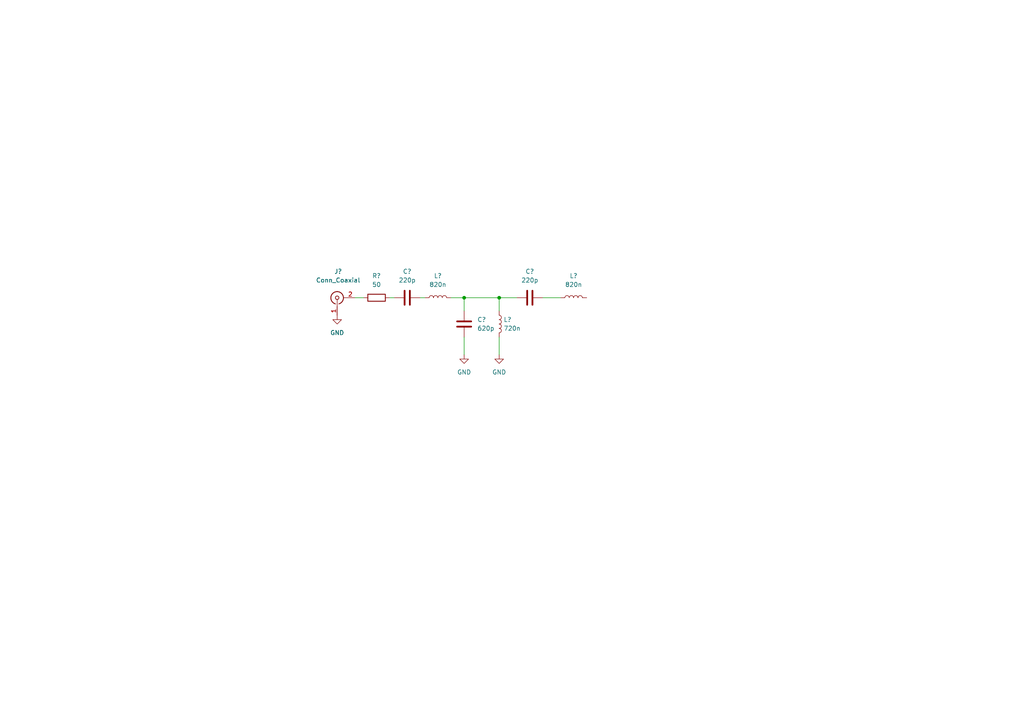
<source format=kicad_sch>
(kicad_sch (version 20211123) (generator eeschema)
  (paper "A4")
  (lib_symbols
    (symbol "Connector:Conn_Coaxial" (pin_names (offset 1.016) hide)
      (property "Reference" "J" (at 0.254 3.048 0))
      (property "Value" "Conn_Coaxial" (at 2.921 0 90))
      (symbol "Conn_Coaxial_0_1"
        (arc (start -1.778 -0.508) (mid 0.2311 -1.8066) (end 1.778 0) (stroke (width 0.254)))
        (polyline (pts (xy -2.54 0) (xy -0.508 0)))
        (polyline (pts (xy 0 -2.54) (xy 0 -1.778)))
        (circle (center 0 0) (radius 0.508) (stroke (width 0.2032)))
        (arc (start 1.778 0) (mid 0.2099 1.8101) (end -1.778 0.508) (stroke (width 0.254)))
      )
      (symbol "Conn_Coaxial_1_1"
        (pin passive line (at -5.08 0 0) (length 2.54) (name "In") (number "1"))
        (pin passive line (at 0 -5.08 90) (length 2.54) (name "Ext") (number "2"))
      )
    )
    (symbol "Device:C" (pin_numbers hide) (pin_names (offset 0.254))
      (property "Reference" "C" (at 0.635 2.54 0))
      (property "Value" "C" (at 0.635 -2.54 0))
      (symbol "C_0_1"
        (polyline (pts (xy -2.032 -0.762) (xy 2.032 -0.762)) (stroke (width 0.508)))
        (polyline (pts (xy -2.032 0.762) (xy 2.032 0.762)) (stroke (width 0.508)))
      )
      (symbol "C_1_1"
        (pin passive line (at 0 3.81 270) (length 2.794) (name "~") (number "1"))
        (pin passive line (at 0 -3.81 90) (length 2.794) (name "~") (number "2"))
      )
    )
    (symbol "Device:L" (pin_numbers hide) (pin_names (offset 1.016) hide)
      (property "Reference" "L" (at -1.27 0 90))
      (property "Value" "L" (at 1.905 0 90))
      (symbol "L_0_1"
        (arc (start 0 -2.54) (mid 0.635 -1.905) (end 0 -1.27))
        (arc (start 0 -1.27) (mid 0.635 -0.635) (end 0 0))
        (arc (start 0 0) (mid 0.635 0.635) (end 0 1.27))
        (arc (start 0 1.27) (mid 0.635 1.905) (end 0 2.54))
      )
      (symbol "L_1_1"
        (pin passive line (at 0 3.81 270) (length 1.27) (name "1") (number "1"))
        (pin passive line (at 0 -3.81 90) (length 1.27) (name "2") (number "2"))
      )
    )
    (symbol "Device:R" (pin_numbers hide) (pin_names (offset 0))
      (property "Reference" "R" (at 2.032 0 90))
      (property "Value" "R" (at 0 0 90))
      (symbol "R_0_1"
        (rectangle (start -1.016 -2.54) (end 1.016 2.54) (stroke (width 0.254)))
      )
      (symbol "R_1_1"
        (pin passive line (at 0 3.81 270) (length 1.27) (name "~") (number "1"))
        (pin passive line (at 0 -3.81 90) (length 1.27) (name "~") (number "2"))
      )
    )
    (symbol "power:GND" (power) (pin_names (offset 0))
      (property "Value" "GND" (at 0 -3.81 0))
      (symbol "GND_0_1"
        (polyline (pts (xy 0 0) (xy 0 -1.27) (xy 1.27 -1.27) (xy 0 -2.54) (xy -1.27 -1.27) (xy 0 -1.27)))
      )
      (symbol "GND_1_1"
        (pin power_in line (at 0 0 270) (length 0) hide (name "GND") (number "1"))
      )
    )
  )
  (junction (at 144.78 86.36))
  (junction (at 134.62 86.36))
  (wire (pts (xy 134.62 86.36) (xy 134.62 90.17)))
  (wire (pts (xy 113.03 86.36) (xy 114.3 86.36)))
  (wire (pts (xy 130.81 86.36) (xy 134.62 86.36)))
  (wire (pts (xy 144.78 86.36) (xy 144.78 90.17)))
  (wire (pts (xy 134.62 86.36) (xy 144.78 86.36)))
  (wire (pts (xy 102.87 86.36) (xy 105.41 86.36)))
  (wire (pts (xy 144.78 86.36) (xy 149.86 86.36)))
  (wire (pts (xy 157.48 86.36) (xy 162.56 86.36)))
  (wire (pts (xy 134.62 97.79) (xy 134.62 102.87)))
  (wire (pts (xy 123.19 86.36) (xy 121.92 86.36)))
  (wire (pts (xy 144.78 97.79) (xy 144.78 102.87)))
  (symbol (lib_id "Device:C") (at 118.11 86.36 270) (unit 1)
    (property "Reference" "C?" (at 118.11 78.74 90))
    (property "Value" "220p" (at 118.11 81.28 90))
  )
  (symbol (lib_id "Connector:Conn_Coaxial") (at 97.79 86.36 90) (unit 1)
    (property "Reference" "J?" (at 98.0832 78.74 90))
    (property "Value" "Conn_Coaxial" (at 98.0832 81.28 90))
    (property "Datasheet" " ~" (effects hide))
  )
  (symbol (lib_id "power:GND") (at 134.62 102.87 0) (unit 1)
    (property "Reference" "#PWR?" (effects hide))
    (property "Value" "GND" (at 134.62 107.95 0))
  )
  (symbol (lib_id "Device:L") (at 144.78 93.98 0) (unit 1)
    (property "Reference" "L?" (at 146.05 92.7099 0) (effects (justify left)))
    (property "Value" "720n" (at 146.05 95.2499 0) (effects (justify left)))
  )
  (symbol (lib_id "power:GND") (at 144.78 102.87 0) (unit 1)
    (property "Reference" "#PWR?" (effects hide))
    (property "Value" "GND" (at 144.78 107.95 0))
  )
  (symbol (lib_id "power:GND") (at 97.79 91.44 0) (unit 1)
    (property "Reference" "#PWR?" (effects hide))
    (property "Value" "GND" (at 97.79 96.52 0))
  )
  (symbol (lib_id "Device:L") (at 127 86.36 90) (unit 1)
    (property "Reference" "L?" (at 127 80.01 90))
    (property "Value" "820n" (at 127 82.55 90))
  )
  (symbol (lib_id "Device:C") (at 153.67 86.36 90) (unit 1)
    (property "Reference" "C?" (at 153.67 78.74 90))
    (property "Value" "220p" (at 153.67 81.28 90))
  )
  (symbol (lib_id "Device:C") (at 134.62 93.98 0) (unit 1)
    (property "Reference" "C?" (at 138.43 92.7099 0) (effects (justify left)))
    (property "Value" "620p" (at 138.43 95.2499 0) (effects (justify left)))
  )
  (symbol (lib_id "Device:L") (at 166.37 86.36 90) (unit 1)
    (property "Reference" "L?" (at 166.37 80.01 90))
    (property "Value" "820n" (at 166.37 82.55 90))
  )
  (symbol (lib_id "Device:R") (at 109.22 86.36 90) (unit 1)
    (property "Reference" "R?" (at 109.22 80.01 90))
    (property "Value" "50" (at 109.22 82.55 90))
  )
)
</source>
